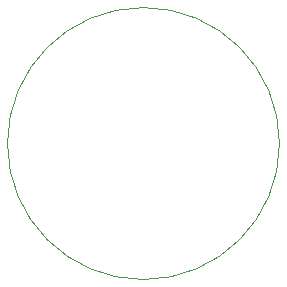
<source format=gbr>
G04 (created by PCBNEW (2013-june-11)-stable) date Mon 31 Mar 2014 06:26:42 AM PDT*
%MOIN*%
G04 Gerber Fmt 3.4, Leading zero omitted, Abs format*
%FSLAX34Y34*%
G01*
G70*
G90*
G04 APERTURE LIST*
%ADD10C,0.00590551*%
%ADD11C,0.00393701*%
G04 APERTURE END LIST*
G54D10*
G54D11*
X86834Y-58300D02*
G75*
G03X86834Y-58300I-4534J0D01*
G74*
G01*
M02*

</source>
